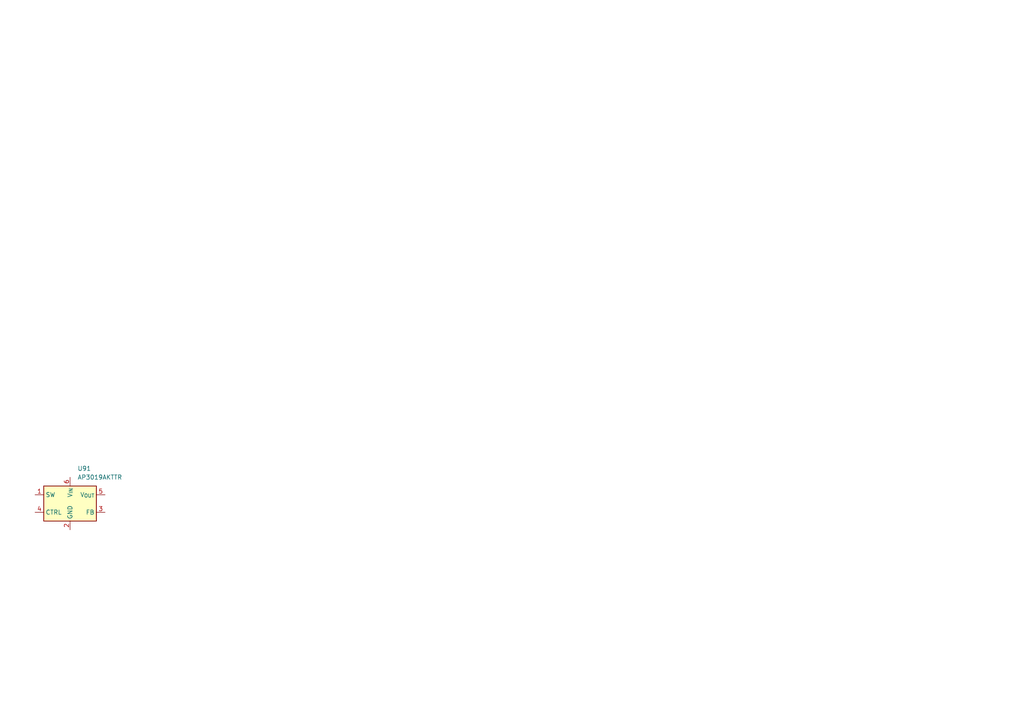
<source format=kicad_sch>
(kicad_sch (version 20250114) (generator "eeschema") (generator_version "9.0")
  (paper "A4")
  (lib_symbols
    (symbol "Driver_LED:AP3019AKTTR"
      (property "Reference" "U" (at -7.62 6.35 0))
      (property "Value" "AP3019AKTTR" (at 1.27 6.35 0))
      (symbol "AP3019AKTTR_0_1"
        (rectangle (start -7.62 5.08) (end 7.62 -5.08) (stroke (width 0.254)) (fill (type background)))
      )
      (symbol "AP3019AKTTR_1_1"
        (pin input line (at -10.16 2.54 0) (length 2.54) (name "SW") (number "1"))
        (pin input line (at -10.16 -2.54 0) (length 2.54) (name "CTRL") (number "4"))
        (pin power_in line (at 0 7.62 270) (length 2.54) (name "V_{IN}") (number "6"))
        (pin power_in line (at 0 -7.62 90) (length 2.54) (name "GND") (number "2"))
        (pin power_out line (at 10.16 2.54 180) (length 2.54) (name "V_{OUT}") (number "5"))
        (pin input line (at 10.16 -2.54 180) (length 2.54) (name "FB") (number "3"))
      )
    )
  )
  (symbol (lib_id "Driver_LED:AP3019AKTTR") (at 20.32 146.05 0) (unit 1)
    (property "Reference" "U91" (at 22.4633 135.89 0) (effects (justify left)))
    (property "Value" "AP3019AKTTR" (at 22.4633 138.43 0) (effects (justify left)))
    (property "Footprint" "Package_TO_SOT_SMD:TSOT-23-6" (effects (hide yes)))
    (property "Datasheet" "https://www.diodes.com/assets/Datasheets/AP3019A.pdf" (effects (hide yes)))
    (property "Description" "1.2MHz White LED Boost Drivers with Built-in Schottky, 2.5..16Vin, <30Vout, ThinSOT-23-6" (effects (hide yes)))
  )
)
</source>
